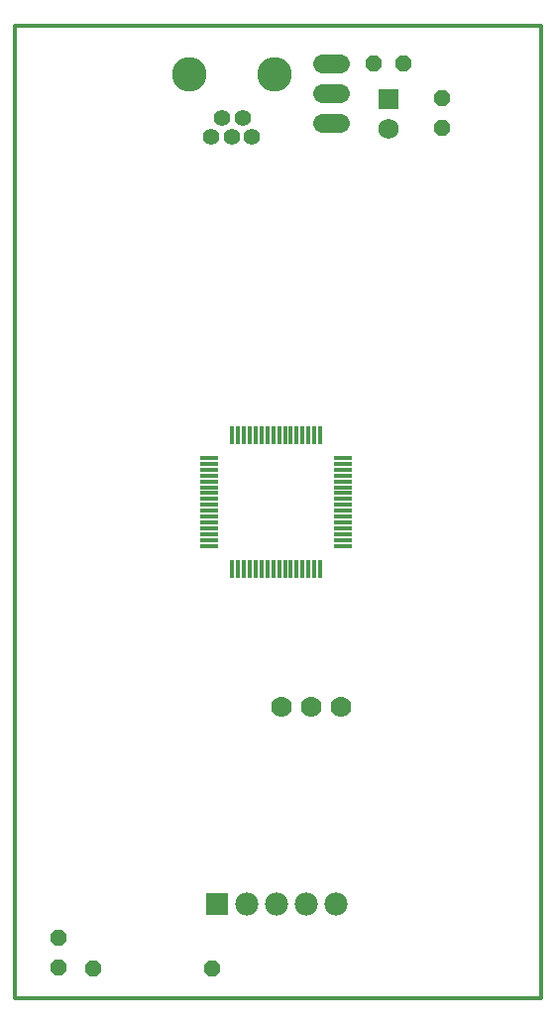
<source format=gts>
G75*
G70*
%OFA0B0*%
%FSLAX24Y24*%
%IPPOS*%
%LPD*%
%AMOC8*
5,1,8,0,0,1.08239X$1,22.5*
%
%ADD10C,0.0120*%
%ADD11R,0.0640X0.0138*%
%ADD12R,0.0138X0.0640*%
%ADD13C,0.0700*%
%ADD14C,0.0640*%
%ADD15OC8,0.0560*%
%ADD16R,0.0690X0.0690*%
%ADD17C,0.0690*%
%ADD18C,0.0555*%
%ADD19C,0.1162*%
%ADD20R,0.0780X0.0780*%
%ADD21C,0.0780*%
D10*
X001007Y000170D02*
X018692Y000170D01*
X018692Y032847D01*
X001007Y032847D01*
X001007Y000170D01*
D11*
X007541Y015369D03*
X007541Y015565D03*
X007541Y015762D03*
X007541Y015959D03*
X007541Y016156D03*
X007541Y016353D03*
X007541Y016550D03*
X007541Y016747D03*
X007541Y016943D03*
X007541Y017140D03*
X007541Y017337D03*
X007541Y017534D03*
X007541Y017731D03*
X007541Y017928D03*
X007541Y018125D03*
X007541Y018321D03*
X012039Y018321D03*
X012039Y018125D03*
X012039Y017928D03*
X012039Y017731D03*
X012039Y017534D03*
X012039Y017337D03*
X012039Y017140D03*
X012039Y016943D03*
X012039Y016747D03*
X012039Y016550D03*
X012039Y016353D03*
X012039Y016156D03*
X012039Y015959D03*
X012039Y015762D03*
X012039Y015565D03*
X012039Y015369D03*
D12*
X011266Y014596D03*
X011069Y014596D03*
X010873Y014596D03*
X010676Y014596D03*
X010479Y014596D03*
X010282Y014596D03*
X010085Y014596D03*
X009888Y014596D03*
X009691Y014596D03*
X009495Y014596D03*
X009298Y014596D03*
X009101Y014596D03*
X008904Y014596D03*
X008707Y014596D03*
X008510Y014596D03*
X008314Y014596D03*
X008314Y019094D03*
X008510Y019094D03*
X008707Y019094D03*
X008904Y019094D03*
X009101Y019094D03*
X009298Y019094D03*
X009495Y019094D03*
X009691Y019094D03*
X009888Y019094D03*
X010085Y019094D03*
X010282Y019094D03*
X010479Y019094D03*
X010676Y019094D03*
X010873Y019094D03*
X011069Y019094D03*
X011266Y019094D03*
D13*
X010972Y009973D03*
X011972Y009973D03*
X009972Y009973D03*
D14*
X011329Y029587D02*
X011929Y029587D01*
X011929Y030587D02*
X011329Y030587D01*
X011329Y031587D02*
X011929Y031587D01*
D15*
X013070Y031595D03*
X014070Y031595D03*
X015365Y030410D03*
X015365Y029410D03*
X002456Y002206D03*
X002456Y001206D03*
X003637Y001162D03*
X007637Y001162D03*
D16*
X013570Y030391D03*
D17*
X013570Y029391D03*
D18*
X008980Y029125D03*
X008670Y029745D03*
X008310Y029125D03*
X007980Y029745D03*
X007610Y029125D03*
D19*
X006873Y031225D03*
X009747Y031225D03*
D20*
X007814Y003333D03*
D21*
X008814Y003333D03*
X009814Y003333D03*
X010814Y003333D03*
X011814Y003333D03*
M02*

</source>
